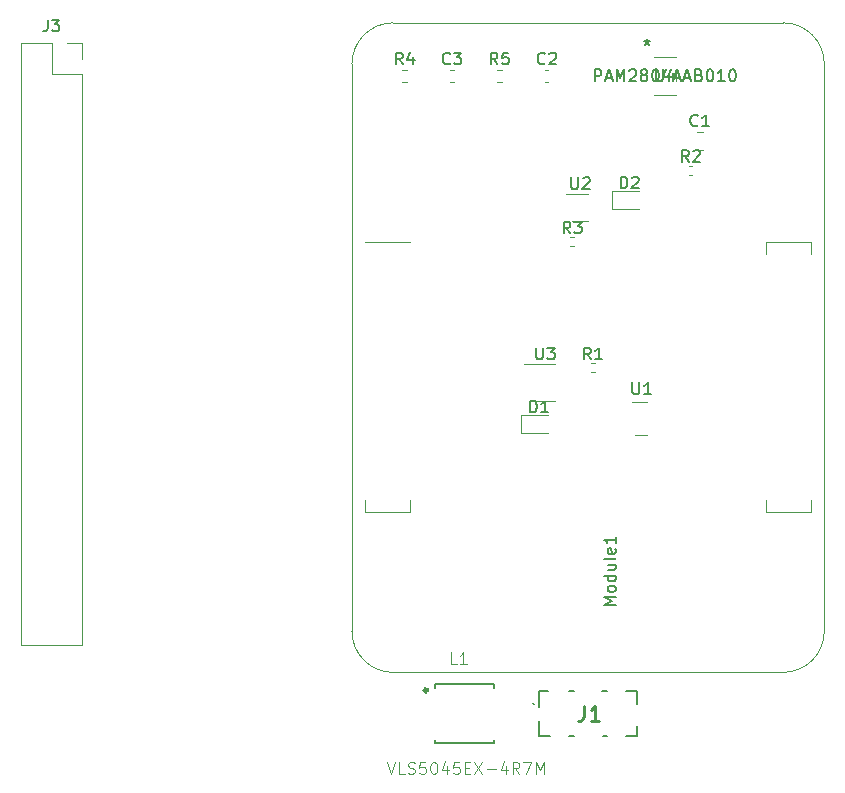
<source format=gbr>
%TF.GenerationSoftware,KiCad,Pcbnew,6.0.11-2627ca5db0~126~ubuntu22.04.1*%
%TF.CreationDate,2023-07-02T17:23:57-07:00*%
%TF.ProjectId,small-display,736d616c-6c2d-4646-9973-706c61792e6b,rev?*%
%TF.SameCoordinates,Original*%
%TF.FileFunction,Legend,Top*%
%TF.FilePolarity,Positive*%
%FSLAX46Y46*%
G04 Gerber Fmt 4.6, Leading zero omitted, Abs format (unit mm)*
G04 Created by KiCad (PCBNEW 6.0.11-2627ca5db0~126~ubuntu22.04.1) date 2023-07-02 17:23:57*
%MOMM*%
%LPD*%
G01*
G04 APERTURE LIST*
%ADD10C,0.254000*%
%ADD11C,0.050000*%
%ADD12C,0.150000*%
%ADD13C,0.200000*%
%ADD14C,0.100000*%
%ADD15C,0.127000*%
%ADD16C,0.300000*%
%ADD17C,0.120000*%
G04 APERTURE END LIST*
D10*
%TO.C,J1*%
X20163666Y-58304523D02*
X20163666Y-59211666D01*
X20103190Y-59393095D01*
X19982238Y-59514047D01*
X19800809Y-59574523D01*
X19679857Y-59574523D01*
X21433666Y-59574523D02*
X20707952Y-59574523D01*
X21070809Y-59574523D02*
X21070809Y-58304523D01*
X20949857Y-58485952D01*
X20828904Y-58606904D01*
X20707952Y-58667380D01*
D11*
%TO.C,L1*%
X9372965Y-54814927D02*
X8896493Y-54814927D01*
X8896493Y-53814337D01*
X10230613Y-54814927D02*
X9658847Y-54814927D01*
X9944730Y-54814927D02*
X9944730Y-53814337D01*
X9849436Y-53957279D01*
X9754142Y-54052573D01*
X9658847Y-54100220D01*
X3483941Y-63087771D02*
X3817304Y-64087861D01*
X4150668Y-63087771D01*
X4960264Y-64087861D02*
X4484031Y-64087861D01*
X4484031Y-63087771D01*
X5246004Y-64040238D02*
X5388874Y-64087861D01*
X5626991Y-64087861D01*
X5722238Y-64040238D01*
X5769861Y-63992615D01*
X5817484Y-63897368D01*
X5817484Y-63802121D01*
X5769861Y-63706875D01*
X5722238Y-63659251D01*
X5626991Y-63611628D01*
X5436498Y-63564005D01*
X5341251Y-63516381D01*
X5293628Y-63468758D01*
X5246004Y-63373511D01*
X5246004Y-63278265D01*
X5293628Y-63183018D01*
X5341251Y-63135395D01*
X5436498Y-63087771D01*
X5674614Y-63087771D01*
X5817484Y-63135395D01*
X6722328Y-63087771D02*
X6246094Y-63087771D01*
X6198471Y-63564005D01*
X6246094Y-63516381D01*
X6341341Y-63468758D01*
X6579458Y-63468758D01*
X6674704Y-63516381D01*
X6722328Y-63564005D01*
X6769951Y-63659251D01*
X6769951Y-63897368D01*
X6722328Y-63992615D01*
X6674704Y-64040238D01*
X6579458Y-64087861D01*
X6341341Y-64087861D01*
X6246094Y-64040238D01*
X6198471Y-63992615D01*
X7389054Y-63087771D02*
X7484301Y-63087771D01*
X7579548Y-63135395D01*
X7627171Y-63183018D01*
X7674794Y-63278265D01*
X7722418Y-63468758D01*
X7722418Y-63706875D01*
X7674794Y-63897368D01*
X7627171Y-63992615D01*
X7579548Y-64040238D01*
X7484301Y-64087861D01*
X7389054Y-64087861D01*
X7293808Y-64040238D01*
X7246184Y-63992615D01*
X7198561Y-63897368D01*
X7150938Y-63706875D01*
X7150938Y-63468758D01*
X7198561Y-63278265D01*
X7246184Y-63183018D01*
X7293808Y-63135395D01*
X7389054Y-63087771D01*
X8579638Y-63421135D02*
X8579638Y-64087861D01*
X8341521Y-63040148D02*
X8103404Y-63754498D01*
X8722508Y-63754498D01*
X9579728Y-63087771D02*
X9103495Y-63087771D01*
X9055871Y-63564005D01*
X9103495Y-63516381D01*
X9198741Y-63468758D01*
X9436858Y-63468758D01*
X9532105Y-63516381D01*
X9579728Y-63564005D01*
X9627351Y-63659251D01*
X9627351Y-63897368D01*
X9579728Y-63992615D01*
X9532105Y-64040238D01*
X9436858Y-64087861D01*
X9198741Y-64087861D01*
X9103495Y-64040238D01*
X9055871Y-63992615D01*
X10055961Y-63564005D02*
X10389325Y-63564005D01*
X10532195Y-64087861D02*
X10055961Y-64087861D01*
X10055961Y-63087771D01*
X10532195Y-63087771D01*
X10865558Y-63087771D02*
X11532285Y-64087861D01*
X11532285Y-63087771D02*
X10865558Y-64087861D01*
X11913271Y-63706875D02*
X12675245Y-63706875D01*
X13580088Y-63421135D02*
X13580088Y-64087861D01*
X13341971Y-63040148D02*
X13103855Y-63754498D01*
X13722958Y-63754498D01*
X14675424Y-64087861D02*
X14342061Y-63611628D01*
X14103944Y-64087861D02*
X14103944Y-63087771D01*
X14484931Y-63087771D01*
X14580178Y-63135395D01*
X14627801Y-63183018D01*
X14675424Y-63278265D01*
X14675424Y-63421135D01*
X14627801Y-63516381D01*
X14580178Y-63564005D01*
X14484931Y-63611628D01*
X14103944Y-63611628D01*
X15008788Y-63087771D02*
X15675514Y-63087771D01*
X15246904Y-64087861D01*
X16056501Y-64087861D02*
X16056501Y-63087771D01*
X16389864Y-63802121D01*
X16723228Y-63087771D01*
X16723228Y-64087861D01*
D12*
%TO.C,U4*%
X26238095Y-4452380D02*
X26238095Y-5261904D01*
X26285714Y-5357142D01*
X26333333Y-5404761D01*
X26428571Y-5452380D01*
X26619047Y-5452380D01*
X26714285Y-5404761D01*
X26761904Y-5357142D01*
X26809523Y-5261904D01*
X26809523Y-4452380D01*
X27714285Y-4785714D02*
X27714285Y-5452380D01*
X27476190Y-4404761D02*
X27238095Y-5119047D01*
X27857142Y-5119047D01*
X21047619Y-5452380D02*
X21047619Y-4452380D01*
X21428571Y-4452380D01*
X21523809Y-4500000D01*
X21571428Y-4547619D01*
X21619047Y-4642857D01*
X21619047Y-4785714D01*
X21571428Y-4880952D01*
X21523809Y-4928571D01*
X21428571Y-4976190D01*
X21047619Y-4976190D01*
X22000000Y-5166666D02*
X22476190Y-5166666D01*
X21904761Y-5452380D02*
X22238095Y-4452380D01*
X22571428Y-5452380D01*
X22904761Y-5452380D02*
X22904761Y-4452380D01*
X23238095Y-5166666D01*
X23571428Y-4452380D01*
X23571428Y-5452380D01*
X24000000Y-4547619D02*
X24047619Y-4500000D01*
X24142857Y-4452380D01*
X24380952Y-4452380D01*
X24476190Y-4500000D01*
X24523809Y-4547619D01*
X24571428Y-4642857D01*
X24571428Y-4738095D01*
X24523809Y-4880952D01*
X23952380Y-5452380D01*
X24571428Y-5452380D01*
X25142857Y-4880952D02*
X25047619Y-4833333D01*
X25000000Y-4785714D01*
X24952380Y-4690476D01*
X24952380Y-4642857D01*
X25000000Y-4547619D01*
X25047619Y-4500000D01*
X25142857Y-4452380D01*
X25333333Y-4452380D01*
X25428571Y-4500000D01*
X25476190Y-4547619D01*
X25523809Y-4642857D01*
X25523809Y-4690476D01*
X25476190Y-4785714D01*
X25428571Y-4833333D01*
X25333333Y-4880952D01*
X25142857Y-4880952D01*
X25047619Y-4928571D01*
X25000000Y-4976190D01*
X24952380Y-5071428D01*
X24952380Y-5261904D01*
X25000000Y-5357142D01*
X25047619Y-5404761D01*
X25142857Y-5452380D01*
X25333333Y-5452380D01*
X25428571Y-5404761D01*
X25476190Y-5357142D01*
X25523809Y-5261904D01*
X25523809Y-5071428D01*
X25476190Y-4976190D01*
X25428571Y-4928571D01*
X25333333Y-4880952D01*
X26142857Y-4452380D02*
X26238095Y-4452380D01*
X26333333Y-4500000D01*
X26380952Y-4547619D01*
X26428571Y-4642857D01*
X26476190Y-4833333D01*
X26476190Y-5071428D01*
X26428571Y-5261904D01*
X26380952Y-5357142D01*
X26333333Y-5404761D01*
X26238095Y-5452380D01*
X26142857Y-5452380D01*
X26047619Y-5404761D01*
X26000000Y-5357142D01*
X25952380Y-5261904D01*
X25904761Y-5071428D01*
X25904761Y-4833333D01*
X25952380Y-4642857D01*
X26000000Y-4547619D01*
X26047619Y-4500000D01*
X26142857Y-4452380D01*
X27333333Y-4785714D02*
X27333333Y-5452380D01*
X27095238Y-4404761D02*
X26857142Y-5119047D01*
X27476190Y-5119047D01*
X27809523Y-5166666D02*
X28285714Y-5166666D01*
X27714285Y-5452380D02*
X28047619Y-4452380D01*
X28380952Y-5452380D01*
X28666666Y-5166666D02*
X29142857Y-5166666D01*
X28571428Y-5452380D02*
X28904761Y-4452380D01*
X29238095Y-5452380D01*
X29904761Y-4928571D02*
X30047619Y-4976190D01*
X30095238Y-5023809D01*
X30142857Y-5119047D01*
X30142857Y-5261904D01*
X30095238Y-5357142D01*
X30047619Y-5404761D01*
X29952380Y-5452380D01*
X29571428Y-5452380D01*
X29571428Y-4452380D01*
X29904761Y-4452380D01*
X30000000Y-4500000D01*
X30047619Y-4547619D01*
X30095238Y-4642857D01*
X30095238Y-4738095D01*
X30047619Y-4833333D01*
X30000000Y-4880952D01*
X29904761Y-4928571D01*
X29571428Y-4928571D01*
X30761904Y-4452380D02*
X30857142Y-4452380D01*
X30952380Y-4500000D01*
X31000000Y-4547619D01*
X31047619Y-4642857D01*
X31095238Y-4833333D01*
X31095238Y-5071428D01*
X31047619Y-5261904D01*
X31000000Y-5357142D01*
X30952380Y-5404761D01*
X30857142Y-5452380D01*
X30761904Y-5452380D01*
X30666666Y-5404761D01*
X30619047Y-5357142D01*
X30571428Y-5261904D01*
X30523809Y-5071428D01*
X30523809Y-4833333D01*
X30571428Y-4642857D01*
X30619047Y-4547619D01*
X30666666Y-4500000D01*
X30761904Y-4452380D01*
X32047619Y-5452380D02*
X31476190Y-5452380D01*
X31761904Y-5452380D02*
X31761904Y-4452380D01*
X31666666Y-4595238D01*
X31571428Y-4690476D01*
X31476190Y-4738095D01*
X32666666Y-4452380D02*
X32761904Y-4452380D01*
X32857142Y-4500000D01*
X32904761Y-4547619D01*
X32952380Y-4642857D01*
X32999999Y-4833333D01*
X32999999Y-5071428D01*
X32952380Y-5261904D01*
X32904761Y-5357142D01*
X32857142Y-5404761D01*
X32761904Y-5452380D01*
X32666666Y-5452380D01*
X32571428Y-5404761D01*
X32523809Y-5357142D01*
X32476190Y-5261904D01*
X32428571Y-5071428D01*
X32428571Y-4833333D01*
X32476190Y-4642857D01*
X32523809Y-4547619D01*
X32571428Y-4500000D01*
X32666666Y-4452380D01*
X25469650Y-1912380D02*
X25469650Y-2150476D01*
X25231554Y-2055238D02*
X25469650Y-2150476D01*
X25707745Y-2055238D01*
X25326792Y-2340952D02*
X25469650Y-2150476D01*
X25612507Y-2340952D01*
X25469650Y-1912380D02*
X25469650Y-2150476D01*
X25231554Y-2055238D02*
X25469650Y-2150476D01*
X25707745Y-2055238D01*
X25326792Y-2340952D02*
X25469650Y-2150476D01*
X25612507Y-2340952D01*
%TO.C,R1*%
X20725833Y-29002380D02*
X20392500Y-28526190D01*
X20154404Y-29002380D02*
X20154404Y-28002380D01*
X20535357Y-28002380D01*
X20630595Y-28050000D01*
X20678214Y-28097619D01*
X20725833Y-28192857D01*
X20725833Y-28335714D01*
X20678214Y-28430952D01*
X20630595Y-28478571D01*
X20535357Y-28526190D01*
X20154404Y-28526190D01*
X21678214Y-29002380D02*
X21106785Y-29002380D01*
X21392500Y-29002380D02*
X21392500Y-28002380D01*
X21297261Y-28145238D01*
X21202023Y-28240476D01*
X21106785Y-28288095D01*
%TO.C,R4*%
X4803333Y-4022380D02*
X4470000Y-3546190D01*
X4231904Y-4022380D02*
X4231904Y-3022380D01*
X4612857Y-3022380D01*
X4708095Y-3070000D01*
X4755714Y-3117619D01*
X4803333Y-3212857D01*
X4803333Y-3355714D01*
X4755714Y-3450952D01*
X4708095Y-3498571D01*
X4612857Y-3546190D01*
X4231904Y-3546190D01*
X5660476Y-3355714D02*
X5660476Y-4022380D01*
X5422380Y-2974761D02*
X5184285Y-3689047D01*
X5803333Y-3689047D01*
%TO.C,C2*%
X16833333Y-3927142D02*
X16785714Y-3974761D01*
X16642857Y-4022380D01*
X16547619Y-4022380D01*
X16404761Y-3974761D01*
X16309523Y-3879523D01*
X16261904Y-3784285D01*
X16214285Y-3593809D01*
X16214285Y-3450952D01*
X16261904Y-3260476D01*
X16309523Y-3165238D01*
X16404761Y-3070000D01*
X16547619Y-3022380D01*
X16642857Y-3022380D01*
X16785714Y-3070000D01*
X16833333Y-3117619D01*
X17214285Y-3117619D02*
X17261904Y-3070000D01*
X17357142Y-3022380D01*
X17595238Y-3022380D01*
X17690476Y-3070000D01*
X17738095Y-3117619D01*
X17785714Y-3212857D01*
X17785714Y-3308095D01*
X17738095Y-3450952D01*
X17166666Y-4022380D01*
X17785714Y-4022380D01*
%TO.C,U3*%
X16100595Y-28002380D02*
X16100595Y-28811904D01*
X16148214Y-28907142D01*
X16195833Y-28954761D01*
X16291071Y-29002380D01*
X16481547Y-29002380D01*
X16576785Y-28954761D01*
X16624404Y-28907142D01*
X16672023Y-28811904D01*
X16672023Y-28002380D01*
X17052976Y-28002380D02*
X17672023Y-28002380D01*
X17338690Y-28383333D01*
X17481547Y-28383333D01*
X17576785Y-28430952D01*
X17624404Y-28478571D01*
X17672023Y-28573809D01*
X17672023Y-28811904D01*
X17624404Y-28907142D01*
X17576785Y-28954761D01*
X17481547Y-29002380D01*
X17195833Y-29002380D01*
X17100595Y-28954761D01*
X17052976Y-28907142D01*
%TO.C,U2*%
X19068095Y-13582380D02*
X19068095Y-14391904D01*
X19115714Y-14487142D01*
X19163333Y-14534761D01*
X19258571Y-14582380D01*
X19449047Y-14582380D01*
X19544285Y-14534761D01*
X19591904Y-14487142D01*
X19639523Y-14391904D01*
X19639523Y-13582380D01*
X20068095Y-13677619D02*
X20115714Y-13630000D01*
X20210952Y-13582380D01*
X20449047Y-13582380D01*
X20544285Y-13630000D01*
X20591904Y-13677619D01*
X20639523Y-13772857D01*
X20639523Y-13868095D01*
X20591904Y-14010952D01*
X20020476Y-14582380D01*
X20639523Y-14582380D01*
%TO.C,R3*%
X18993333Y-18332380D02*
X18660000Y-17856190D01*
X18421904Y-18332380D02*
X18421904Y-17332380D01*
X18802857Y-17332380D01*
X18898095Y-17380000D01*
X18945714Y-17427619D01*
X18993333Y-17522857D01*
X18993333Y-17665714D01*
X18945714Y-17760952D01*
X18898095Y-17808571D01*
X18802857Y-17856190D01*
X18421904Y-17856190D01*
X19326666Y-17332380D02*
X19945714Y-17332380D01*
X19612380Y-17713333D01*
X19755238Y-17713333D01*
X19850476Y-17760952D01*
X19898095Y-17808571D01*
X19945714Y-17903809D01*
X19945714Y-18141904D01*
X19898095Y-18237142D01*
X19850476Y-18284761D01*
X19755238Y-18332380D01*
X19469523Y-18332380D01*
X19374285Y-18284761D01*
X19326666Y-18237142D01*
%TO.C,U1*%
X24256385Y-30952380D02*
X24256385Y-31761904D01*
X24304004Y-31857142D01*
X24351623Y-31904761D01*
X24446861Y-31952380D01*
X24637337Y-31952380D01*
X24732575Y-31904761D01*
X24780194Y-31857142D01*
X24827813Y-31761904D01*
X24827813Y-30952380D01*
X25827813Y-31952380D02*
X25256385Y-31952380D01*
X25542099Y-31952380D02*
X25542099Y-30952380D01*
X25446861Y-31095238D01*
X25351623Y-31190476D01*
X25256385Y-31238095D01*
%TO.C,D2*%
X23261904Y-14522380D02*
X23261904Y-13522380D01*
X23500000Y-13522380D01*
X23642857Y-13570000D01*
X23738095Y-13665238D01*
X23785714Y-13760476D01*
X23833333Y-13950952D01*
X23833333Y-14093809D01*
X23785714Y-14284285D01*
X23738095Y-14379523D01*
X23642857Y-14474761D01*
X23500000Y-14522380D01*
X23261904Y-14522380D01*
X24214285Y-13617619D02*
X24261904Y-13570000D01*
X24357142Y-13522380D01*
X24595238Y-13522380D01*
X24690476Y-13570000D01*
X24738095Y-13617619D01*
X24785714Y-13712857D01*
X24785714Y-13808095D01*
X24738095Y-13950952D01*
X24166666Y-14522380D01*
X24785714Y-14522380D01*
%TO.C,C1*%
X29783333Y-9177142D02*
X29735714Y-9224761D01*
X29592857Y-9272380D01*
X29497619Y-9272380D01*
X29354761Y-9224761D01*
X29259523Y-9129523D01*
X29211904Y-9034285D01*
X29164285Y-8843809D01*
X29164285Y-8700952D01*
X29211904Y-8510476D01*
X29259523Y-8415238D01*
X29354761Y-8320000D01*
X29497619Y-8272380D01*
X29592857Y-8272380D01*
X29735714Y-8320000D01*
X29783333Y-8367619D01*
X30735714Y-9272380D02*
X30164285Y-9272380D01*
X30450000Y-9272380D02*
X30450000Y-8272380D01*
X30354761Y-8415238D01*
X30259523Y-8510476D01*
X30164285Y-8558095D01*
%TO.C,D1*%
X15594404Y-33492380D02*
X15594404Y-32492380D01*
X15832500Y-32492380D01*
X15975357Y-32540000D01*
X16070595Y-32635238D01*
X16118214Y-32730476D01*
X16165833Y-32920952D01*
X16165833Y-33063809D01*
X16118214Y-33254285D01*
X16070595Y-33349523D01*
X15975357Y-33444761D01*
X15832500Y-33492380D01*
X15594404Y-33492380D01*
X17118214Y-33492380D02*
X16546785Y-33492380D01*
X16832500Y-33492380D02*
X16832500Y-32492380D01*
X16737261Y-32635238D01*
X16642023Y-32730476D01*
X16546785Y-32778095D01*
%TO.C,Module1*%
X22832380Y-49777142D02*
X21832380Y-49777142D01*
X22546666Y-49443809D01*
X21832380Y-49110476D01*
X22832380Y-49110476D01*
X22832380Y-48491428D02*
X22784761Y-48586666D01*
X22737142Y-48634285D01*
X22641904Y-48681904D01*
X22356190Y-48681904D01*
X22260952Y-48634285D01*
X22213333Y-48586666D01*
X22165714Y-48491428D01*
X22165714Y-48348571D01*
X22213333Y-48253333D01*
X22260952Y-48205714D01*
X22356190Y-48158095D01*
X22641904Y-48158095D01*
X22737142Y-48205714D01*
X22784761Y-48253333D01*
X22832380Y-48348571D01*
X22832380Y-48491428D01*
X22832380Y-47300952D02*
X21832380Y-47300952D01*
X22784761Y-47300952D02*
X22832380Y-47396190D01*
X22832380Y-47586666D01*
X22784761Y-47681904D01*
X22737142Y-47729523D01*
X22641904Y-47777142D01*
X22356190Y-47777142D01*
X22260952Y-47729523D01*
X22213333Y-47681904D01*
X22165714Y-47586666D01*
X22165714Y-47396190D01*
X22213333Y-47300952D01*
X22165714Y-46396190D02*
X22832380Y-46396190D01*
X22165714Y-46824761D02*
X22689523Y-46824761D01*
X22784761Y-46777142D01*
X22832380Y-46681904D01*
X22832380Y-46539047D01*
X22784761Y-46443809D01*
X22737142Y-46396190D01*
X22832380Y-45777142D02*
X22784761Y-45872380D01*
X22689523Y-45920000D01*
X21832380Y-45920000D01*
X22784761Y-45015238D02*
X22832380Y-45110476D01*
X22832380Y-45300952D01*
X22784761Y-45396190D01*
X22689523Y-45443809D01*
X22308571Y-45443809D01*
X22213333Y-45396190D01*
X22165714Y-45300952D01*
X22165714Y-45110476D01*
X22213333Y-45015238D01*
X22308571Y-44967619D01*
X22403809Y-44967619D01*
X22499047Y-45443809D01*
X22832380Y-44015238D02*
X22832380Y-44586666D01*
X22832380Y-44300952D02*
X21832380Y-44300952D01*
X21975238Y-44396190D01*
X22070476Y-44491428D01*
X22118095Y-44586666D01*
%TO.C,J3*%
X-25263333Y-232380D02*
X-25263333Y-946666D01*
X-25310952Y-1089523D01*
X-25406190Y-1184761D01*
X-25549047Y-1232380D01*
X-25644285Y-1232380D01*
X-24882380Y-232380D02*
X-24263333Y-232380D01*
X-24596666Y-613333D01*
X-24453809Y-613333D01*
X-24358571Y-660952D01*
X-24310952Y-708571D01*
X-24263333Y-803809D01*
X-24263333Y-1041904D01*
X-24310952Y-1137142D01*
X-24358571Y-1184761D01*
X-24453809Y-1232380D01*
X-24739523Y-1232380D01*
X-24834761Y-1184761D01*
X-24882380Y-1137142D01*
%TO.C,C3*%
X8813333Y-3927142D02*
X8765714Y-3974761D01*
X8622857Y-4022380D01*
X8527619Y-4022380D01*
X8384761Y-3974761D01*
X8289523Y-3879523D01*
X8241904Y-3784285D01*
X8194285Y-3593809D01*
X8194285Y-3450952D01*
X8241904Y-3260476D01*
X8289523Y-3165238D01*
X8384761Y-3070000D01*
X8527619Y-3022380D01*
X8622857Y-3022380D01*
X8765714Y-3070000D01*
X8813333Y-3117619D01*
X9146666Y-3022380D02*
X9765714Y-3022380D01*
X9432380Y-3403333D01*
X9575238Y-3403333D01*
X9670476Y-3450952D01*
X9718095Y-3498571D01*
X9765714Y-3593809D01*
X9765714Y-3831904D01*
X9718095Y-3927142D01*
X9670476Y-3974761D01*
X9575238Y-4022380D01*
X9289523Y-4022380D01*
X9194285Y-3974761D01*
X9146666Y-3927142D01*
%TO.C,R2*%
X29013333Y-12282380D02*
X28680000Y-11806190D01*
X28441904Y-12282380D02*
X28441904Y-11282380D01*
X28822857Y-11282380D01*
X28918095Y-11330000D01*
X28965714Y-11377619D01*
X29013333Y-11472857D01*
X29013333Y-11615714D01*
X28965714Y-11710952D01*
X28918095Y-11758571D01*
X28822857Y-11806190D01*
X28441904Y-11806190D01*
X29394285Y-11377619D02*
X29441904Y-11330000D01*
X29537142Y-11282380D01*
X29775238Y-11282380D01*
X29870476Y-11330000D01*
X29918095Y-11377619D01*
X29965714Y-11472857D01*
X29965714Y-11568095D01*
X29918095Y-11710952D01*
X29346666Y-12282380D01*
X29965714Y-12282380D01*
%TO.C,R5*%
X12823333Y-4022380D02*
X12490000Y-3546190D01*
X12251904Y-4022380D02*
X12251904Y-3022380D01*
X12632857Y-3022380D01*
X12728095Y-3070000D01*
X12775714Y-3117619D01*
X12823333Y-3212857D01*
X12823333Y-3355714D01*
X12775714Y-3450952D01*
X12728095Y-3498571D01*
X12632857Y-3546190D01*
X12251904Y-3546190D01*
X13728095Y-3022380D02*
X13251904Y-3022380D01*
X13204285Y-3498571D01*
X13251904Y-3450952D01*
X13347142Y-3403333D01*
X13585238Y-3403333D01*
X13680476Y-3450952D01*
X13728095Y-3498571D01*
X13775714Y-3593809D01*
X13775714Y-3831904D01*
X13728095Y-3927142D01*
X13680476Y-3974761D01*
X13585238Y-4022380D01*
X13347142Y-4022380D01*
X13251904Y-3974761D01*
X13204285Y-3927142D01*
D13*
%TO.C,J1*%
X23700000Y-57100000D02*
X24650000Y-57100000D01*
X24650000Y-60900000D02*
X24650000Y-60000000D01*
D14*
X15900000Y-58165000D02*
X15900000Y-58165000D01*
X15800000Y-58165000D02*
X15800000Y-58165000D01*
D13*
X16350000Y-57100000D02*
X17100000Y-57100000D01*
X18900000Y-57100000D02*
X19300000Y-57100000D01*
X24650000Y-57100000D02*
X24650000Y-58200000D01*
X21700000Y-57100000D02*
X22100000Y-57100000D01*
X23700000Y-60900000D02*
X24650000Y-60900000D01*
X16350000Y-59600000D02*
X16350000Y-60900000D01*
X21750000Y-60900000D02*
X22100000Y-60900000D01*
X18900000Y-60900000D02*
X19300000Y-60900000D01*
X16350000Y-58400000D02*
X16350000Y-57100000D01*
X16350000Y-60900000D02*
X17300000Y-60900000D01*
D14*
X15900000Y-58165000D02*
G75*
G03*
X15800000Y-58165000I-50000J0D01*
G01*
X15800000Y-58165000D02*
G75*
G03*
X15900000Y-58165000I50000J0D01*
G01*
D15*
%TO.C,L1*%
X7500000Y-61500000D02*
X12500000Y-61500000D01*
X12500000Y-61500000D02*
X12500000Y-61200000D01*
X7500000Y-61500000D02*
X7500000Y-61200000D01*
X7500000Y-56500000D02*
X12500000Y-56500000D01*
X7500000Y-56500000D02*
X7500000Y-56800000D01*
X12500000Y-56500000D02*
X12500000Y-56800000D01*
D16*
X6900000Y-57000000D02*
G75*
G03*
X6900000Y-57000000I-150000J0D01*
G01*
D17*
%TO.C,U4*%
X27927100Y-3425200D02*
X26072900Y-3425200D01*
X27927100Y-5391160D02*
X27927100Y-4608840D01*
X26072900Y-6574800D02*
X27927100Y-6574800D01*
%TO.C,R1*%
X20738859Y-29340000D02*
X21046141Y-29340000D01*
X20738859Y-30100000D02*
X21046141Y-30100000D01*
%TO.C,R4*%
X4732742Y-5522500D02*
X5207258Y-5522500D01*
X4732742Y-4477500D02*
X5207258Y-4477500D01*
%TO.C,C2*%
X16859420Y-5510000D02*
X17140580Y-5510000D01*
X16859420Y-4490000D02*
X17140580Y-4490000D01*
%TO.C,U3*%
X16862500Y-32510000D02*
X16062500Y-32510000D01*
X16862500Y-29390000D02*
X15062500Y-29390000D01*
X16862500Y-29390000D02*
X17662500Y-29390000D01*
X16862500Y-32510000D02*
X17662500Y-32510000D01*
%TO.C,U2*%
X19130000Y-17290000D02*
X20530000Y-17290000D01*
X20530000Y-14970000D02*
X18630000Y-14970000D01*
%TO.C,R3*%
X19006359Y-18670000D02*
X19313641Y-18670000D01*
X19006359Y-19430000D02*
X19313641Y-19430000D01*
%TO.C,U1*%
X25500000Y-35400000D02*
X24500000Y-35400000D01*
X25500000Y-32600000D02*
X24200000Y-32600000D01*
%TO.C,D2*%
X22515000Y-16235000D02*
X24800000Y-16235000D01*
X22515000Y-14765000D02*
X22515000Y-16235000D01*
X24800000Y-14765000D02*
X22515000Y-14765000D01*
%TO.C,C1*%
X29688748Y-11235000D02*
X30211252Y-11235000D01*
X29688748Y-9765000D02*
X30211252Y-9765000D01*
%TO.C,D1*%
X14847500Y-35205000D02*
X17132500Y-35205000D01*
X14847500Y-33735000D02*
X14847500Y-35205000D01*
X17132500Y-33735000D02*
X14847500Y-33735000D01*
%TO.C,Module1*%
X4000000Y-55500000D02*
X37000000Y-55500000D01*
X40500000Y-52000000D02*
X40500000Y-4000000D01*
X500000Y-4000000D02*
X500000Y-52000000D01*
X1650000Y-41900000D02*
X1650000Y-40900000D01*
X35570000Y-19100000D02*
X39350000Y-19100000D01*
X39350000Y-41900000D02*
X39350000Y-40900000D01*
X35570000Y-41900000D02*
X35570000Y-40900000D01*
X37000000Y-500000D02*
X4000000Y-500000D01*
X35570000Y-41900000D02*
X39350000Y-41900000D01*
X39350000Y-19100000D02*
X39350000Y-20100000D01*
X5430000Y-41900000D02*
X5430000Y-40900000D01*
X35570000Y-19100000D02*
X35570000Y-20100000D01*
X1650000Y-41900000D02*
X5430000Y-41900000D01*
X1650000Y-19100000D02*
X5430000Y-19100000D01*
X40500000Y-4000000D02*
G75*
G03*
X37000000Y-500000I-3500000J0D01*
G01*
X37000000Y-55500000D02*
G75*
G03*
X40500000Y-52000000I0J3500000D01*
G01*
X500000Y-52000000D02*
G75*
G03*
X4000000Y-55500000I3499999J-1D01*
G01*
X4000000Y-500000D02*
G75*
G03*
X500000Y-4000000I-1J-3499999D01*
G01*
%TO.C,J3*%
X-27530000Y-2220000D02*
X-27530000Y-53140000D01*
X-22330000Y-4820000D02*
X-22330000Y-53140000D01*
X-27530000Y-2220000D02*
X-24930000Y-2220000D01*
X-27530000Y-53140000D02*
X-22330000Y-53140000D01*
X-24930000Y-2220000D02*
X-24930000Y-4820000D01*
X-24930000Y-4820000D02*
X-22330000Y-4820000D01*
X-23660000Y-2220000D02*
X-22330000Y-2220000D01*
X-22330000Y-2220000D02*
X-22330000Y-3550000D01*
%TO.C,C3*%
X8839420Y-5510000D02*
X9120580Y-5510000D01*
X8839420Y-4490000D02*
X9120580Y-4490000D01*
%TO.C,R2*%
X29026359Y-12620000D02*
X29333641Y-12620000D01*
X29026359Y-13380000D02*
X29333641Y-13380000D01*
%TO.C,R5*%
X12752742Y-5522500D02*
X13227258Y-5522500D01*
X12752742Y-4477500D02*
X13227258Y-4477500D01*
%TD*%
M02*

</source>
